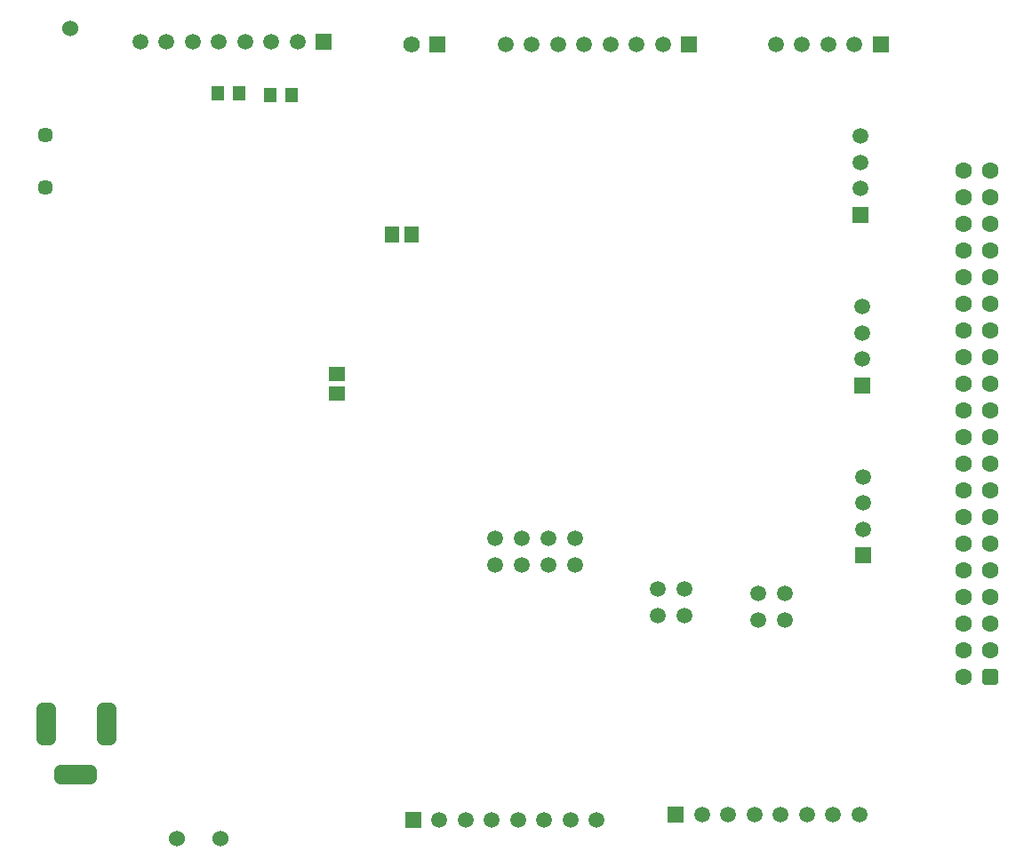
<source format=gbr>
G04*
G04 #@! TF.GenerationSoftware,Altium Limited,Altium Designer,24.2.2 (26)*
G04*
G04 Layer_Color=255*
%FSLAX44Y44*%
%MOMM*%
G71*
G04*
G04 #@! TF.SameCoordinates,251A4116-46B9-4EB5-9C36-AF9AACF17162*
G04*
G04*
G04 #@! TF.FilePolarity,Positive*
G04*
G01*
G75*
%ADD24R,1.2000X1.4500*%
%ADD26R,1.4546X1.5562*%
%ADD28R,1.5562X1.4546*%
%ADD88C,1.5300*%
G04:AMPARAMS|DCode=89|XSize=4mm|YSize=1.8mm|CornerRadius=0.45mm|HoleSize=0mm|Usage=FLASHONLY|Rotation=90.000|XOffset=0mm|YOffset=0mm|HoleType=Round|Shape=RoundedRectangle|*
%AMROUNDEDRECTD89*
21,1,4.0000,0.9000,0,0,90.0*
21,1,3.1000,1.8000,0,0,90.0*
1,1,0.9000,0.4500,1.5500*
1,1,0.9000,0.4500,-1.5500*
1,1,0.9000,-0.4500,-1.5500*
1,1,0.9000,-0.4500,1.5500*
%
%ADD89ROUNDEDRECTD89*%
G04:AMPARAMS|DCode=90|XSize=4mm|YSize=1.8mm|CornerRadius=0.45mm|HoleSize=0mm|Usage=FLASHONLY|Rotation=180.000|XOffset=0mm|YOffset=0mm|HoleType=Round|Shape=RoundedRectangle|*
%AMROUNDEDRECTD90*
21,1,4.0000,0.9000,0,0,180.0*
21,1,3.1000,1.8000,0,0,180.0*
1,1,0.9000,-1.5500,0.4500*
1,1,0.9000,1.5500,0.4500*
1,1,0.9000,1.5500,-0.4500*
1,1,0.9000,-1.5500,-0.4500*
%
%ADD90ROUNDEDRECTD90*%
%ADD91C,1.5080*%
%ADD92R,1.5080X1.5080*%
%ADD93C,1.4500*%
%ADD94R,1.5750X1.5750*%
%ADD95C,1.5750*%
%ADD96R,1.5080X1.5080*%
%ADD97C,1.6000*%
G04:AMPARAMS|DCode=98|XSize=1.6mm|YSize=1.6mm|CornerRadius=0.4mm|HoleSize=0mm|Usage=FLASHONLY|Rotation=270.000|XOffset=0mm|YOffset=0mm|HoleType=Round|Shape=RoundedRectangle|*
%AMROUNDEDRECTD98*
21,1,1.6000,0.8000,0,0,270.0*
21,1,0.8000,1.6000,0,0,270.0*
1,1,0.8000,-0.4000,-0.4000*
1,1,0.8000,-0.4000,0.4000*
1,1,0.8000,0.4000,0.4000*
1,1,0.8000,0.4000,-0.4000*
%
%ADD98ROUNDEDRECTD98*%
%ADD99C,1.5200*%
D24*
X271940Y739140D02*
D03*
X291940D02*
D03*
X222410Y740410D02*
D03*
X242410D02*
D03*
D26*
X406400Y605790D02*
D03*
X387884D02*
D03*
D28*
X335280Y454660D02*
D03*
Y473176D02*
D03*
D88*
X224790Y30480D02*
D03*
X81280Y802640D02*
D03*
X182880Y30480D02*
D03*
D89*
X116360Y139440D02*
D03*
X58360D02*
D03*
D90*
X86360Y91440D02*
D03*
D91*
X273050Y789940D02*
D03*
X835660Y537210D02*
D03*
X621030Y787400D02*
D03*
X708120Y53340D02*
D03*
X758120D02*
D03*
X808120D02*
D03*
X833120D02*
D03*
X783120D02*
D03*
X683120D02*
D03*
X733120D02*
D03*
X458070Y48260D02*
D03*
X508070D02*
D03*
X558070D02*
D03*
X583070D02*
D03*
X533070D02*
D03*
X433070D02*
D03*
X483070D02*
D03*
X148050Y789940D02*
D03*
X173050D02*
D03*
X198050D02*
D03*
X223050D02*
D03*
X298050D02*
D03*
X248050D02*
D03*
X496030Y787400D02*
D03*
X521030D02*
D03*
X546030D02*
D03*
X571030D02*
D03*
X646030D02*
D03*
X596030D02*
D03*
X828440D02*
D03*
X803440D02*
D03*
X778440D02*
D03*
X753440D02*
D03*
X834390Y699840D02*
D03*
Y674840D02*
D03*
Y649840D02*
D03*
X835660Y512210D02*
D03*
Y487210D02*
D03*
X836930Y325120D02*
D03*
Y350120D02*
D03*
Y375120D02*
D03*
D92*
X853440Y787400D02*
D03*
X658120Y53340D02*
D03*
X408070Y48260D02*
D03*
X323050Y789940D02*
D03*
X671030Y787400D02*
D03*
D93*
X57480Y700480D02*
D03*
Y650480D02*
D03*
D94*
X431600Y787230D02*
D03*
D95*
X406600D02*
D03*
D96*
X834390Y624840D02*
D03*
X835660Y462210D02*
D03*
X836930Y300120D02*
D03*
D97*
X932180Y463550D02*
D03*
X957580D02*
D03*
X932180Y438150D02*
D03*
Y412750D02*
D03*
X957580Y438150D02*
D03*
Y412750D02*
D03*
X932180Y311150D02*
D03*
Y285750D02*
D03*
X957580Y311150D02*
D03*
Y285750D02*
D03*
X932180Y184150D02*
D03*
X957580Y209550D02*
D03*
X932180D02*
D03*
X957580Y234950D02*
D03*
X932180D02*
D03*
X957580Y260350D02*
D03*
X932180D02*
D03*
X957580Y336550D02*
D03*
X932180D02*
D03*
X957580Y361950D02*
D03*
Y387350D02*
D03*
X932180Y361950D02*
D03*
Y387350D02*
D03*
X957580Y488950D02*
D03*
Y514350D02*
D03*
Y539750D02*
D03*
Y565150D02*
D03*
X932180Y488950D02*
D03*
Y514350D02*
D03*
Y539750D02*
D03*
Y565150D02*
D03*
X957580Y590550D02*
D03*
Y641350D02*
D03*
Y666750D02*
D03*
X932180Y590550D02*
D03*
Y615950D02*
D03*
Y641350D02*
D03*
Y666750D02*
D03*
X957580Y615950D02*
D03*
D98*
Y184150D02*
D03*
D99*
X486410Y290830D02*
D03*
Y316230D02*
D03*
X511810Y290830D02*
D03*
Y316230D02*
D03*
X537210Y290830D02*
D03*
Y316230D02*
D03*
X562610Y290830D02*
D03*
Y316230D02*
D03*
X666750Y267970D02*
D03*
Y242570D02*
D03*
X641350Y267970D02*
D03*
Y242570D02*
D03*
X762000Y264160D02*
D03*
Y238760D02*
D03*
X736600Y264160D02*
D03*
Y238760D02*
D03*
M02*

</source>
